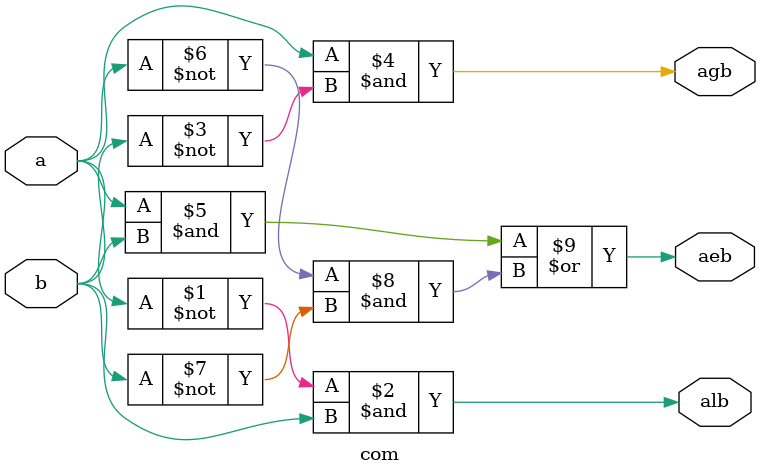
<source format=v>

module com(a,b,alb,agb,aeb);
	input a,b;
	output alb,agb,aeb;
	
	assign alb = ~a&b;
	assign agb = a&~b;  
	assign aeb = a&b|(~a&~b);
endmodule

/*
// Behavioral modeling 

module com(a,b,alb,agb,aeb);
	input a,b;
	output reg alb,agb,aeb;
	
always@(a,b)
	begin
	 alb = ~a&b;
	 agb = a&~b;
	 aeb = a&b|(~a&~b);
	end
endmodule



//Structural / gatelevel modeling

module com(a,b,alb,agb,aeb);
	input a,b;
	output alb,agb,aeb;
	wire inva, invb;
	
	not not_a (inva,a),
	    not_b (invb,b);
	
	and and_alb (alb,inva,b),
	    and_agb (agb,a,invb),
	    and_aeb (aeb,a,b);

endmodule		

*/
	

</source>
